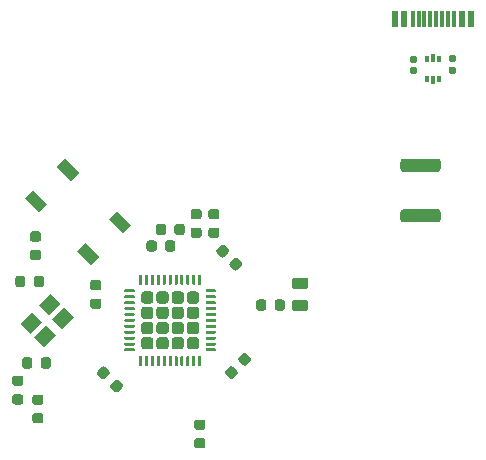
<source format=gbr>
%TF.GenerationSoftware,KiCad,Pcbnew,(5.1.6)-1*%
%TF.CreationDate,2022-02-24T21:40:28-06:00*%
%TF.ProjectId,Pikatea R26 PCB,50696b61-7465-4612-9052-323620504342,rev?*%
%TF.SameCoordinates,Original*%
%TF.FileFunction,Paste,Top*%
%TF.FilePolarity,Positive*%
%FSLAX46Y46*%
G04 Gerber Fmt 4.6, Leading zero omitted, Abs format (unit mm)*
G04 Created by KiCad (PCBNEW (5.1.6)-1) date 2022-02-24 21:40:28*
%MOMM*%
%LPD*%
G01*
G04 APERTURE LIST*
%ADD10R,0.300000X1.450000*%
%ADD11R,0.600000X1.450000*%
%ADD12R,0.375000X0.500000*%
%ADD13R,0.300000X0.650000*%
%ADD14C,0.100000*%
G04 APERTURE END LIST*
D10*
%TO.C,USB1*%
X175230000Y-87195000D03*
X174730000Y-87195000D03*
X174230000Y-87195000D03*
X175730000Y-87195000D03*
X173730000Y-87195000D03*
X176230000Y-87195000D03*
X173230000Y-87195000D03*
X176730000Y-87195000D03*
D11*
X177430000Y-87195000D03*
X172530000Y-87195000D03*
X178205000Y-87195000D03*
X171755000Y-87195000D03*
%TD*%
D12*
%TO.C,U2*%
X175500000Y-92250000D03*
X174425000Y-92250000D03*
D13*
X174962500Y-90475000D03*
X174962500Y-92325000D03*
D12*
X174425000Y-90550000D03*
X175500000Y-90550000D03*
%TD*%
%TO.C,R2*%
G36*
G01*
X173472500Y-90895000D02*
X173127500Y-90895000D01*
G75*
G02*
X172980000Y-90747500I0J147500D01*
G01*
X172980000Y-90452500D01*
G75*
G02*
X173127500Y-90305000I147500J0D01*
G01*
X173472500Y-90305000D01*
G75*
G02*
X173620000Y-90452500I0J-147500D01*
G01*
X173620000Y-90747500D01*
G75*
G02*
X173472500Y-90895000I-147500J0D01*
G01*
G37*
G36*
G01*
X173472500Y-91865000D02*
X173127500Y-91865000D01*
G75*
G02*
X172980000Y-91717500I0J147500D01*
G01*
X172980000Y-91422500D01*
G75*
G02*
X173127500Y-91275000I147500J0D01*
G01*
X173472500Y-91275000D01*
G75*
G02*
X173620000Y-91422500I0J-147500D01*
G01*
X173620000Y-91717500D01*
G75*
G02*
X173472500Y-91865000I-147500J0D01*
G01*
G37*
%TD*%
%TO.C,R1*%
G36*
G01*
X176772500Y-90825000D02*
X176427500Y-90825000D01*
G75*
G02*
X176280000Y-90677500I0J147500D01*
G01*
X176280000Y-90382500D01*
G75*
G02*
X176427500Y-90235000I147500J0D01*
G01*
X176772500Y-90235000D01*
G75*
G02*
X176920000Y-90382500I0J-147500D01*
G01*
X176920000Y-90677500D01*
G75*
G02*
X176772500Y-90825000I-147500J0D01*
G01*
G37*
G36*
G01*
X176772500Y-91795000D02*
X176427500Y-91795000D01*
G75*
G02*
X176280000Y-91647500I0J147500D01*
G01*
X176280000Y-91352500D01*
G75*
G02*
X176427500Y-91205000I147500J0D01*
G01*
X176772500Y-91205000D01*
G75*
G02*
X176920000Y-91352500I0J-147500D01*
G01*
X176920000Y-91647500D01*
G75*
G02*
X176772500Y-91795000I-147500J0D01*
G01*
G37*
%TD*%
D14*
%TO.C,SW1*%
G36*
X144829289Y-106823402D02*
G01*
X145536396Y-106116295D01*
X146738477Y-107318376D01*
X146031370Y-108025483D01*
X144829289Y-106823402D01*
G37*
G36*
X140374517Y-102368630D02*
G01*
X141081624Y-101661523D01*
X142283705Y-102863604D01*
X141576598Y-103570711D01*
X140374517Y-102368630D01*
G37*
G36*
X147516295Y-104136396D02*
G01*
X148223402Y-103429289D01*
X149425483Y-104631370D01*
X148718376Y-105338477D01*
X147516295Y-104136396D01*
G37*
G36*
X143061523Y-99681624D02*
G01*
X143768630Y-98974517D01*
X144970711Y-100176598D01*
X144263604Y-100883705D01*
X143061523Y-99681624D01*
G37*
%TD*%
%TO.C,R5*%
G36*
G01*
X141556250Y-106037500D02*
X141043750Y-106037500D01*
G75*
G02*
X140825000Y-105818750I0J218750D01*
G01*
X140825000Y-105381250D01*
G75*
G02*
X141043750Y-105162500I218750J0D01*
G01*
X141556250Y-105162500D01*
G75*
G02*
X141775000Y-105381250I0J-218750D01*
G01*
X141775000Y-105818750D01*
G75*
G02*
X141556250Y-106037500I-218750J0D01*
G01*
G37*
G36*
G01*
X141556250Y-107612500D02*
X141043750Y-107612500D01*
G75*
G02*
X140825000Y-107393750I0J218750D01*
G01*
X140825000Y-106956250D01*
G75*
G02*
X141043750Y-106737500I218750J0D01*
G01*
X141556250Y-106737500D01*
G75*
G02*
X141775000Y-106956250I0J-218750D01*
G01*
X141775000Y-107393750D01*
G75*
G02*
X141556250Y-107612500I-218750J0D01*
G01*
G37*
%TD*%
%TO.C,Y1*%
G36*
X140885786Y-113831371D02*
G01*
X140037258Y-112982843D01*
X141027208Y-111992893D01*
X141875736Y-112841421D01*
X140885786Y-113831371D01*
G37*
G36*
X142441421Y-112275736D02*
G01*
X141592893Y-111427208D01*
X142582843Y-110437258D01*
X143431371Y-111285786D01*
X142441421Y-112275736D01*
G37*
G36*
X143572792Y-113407107D02*
G01*
X142724264Y-112558579D01*
X143714214Y-111568629D01*
X144562742Y-112417157D01*
X143572792Y-113407107D01*
G37*
G36*
X142017157Y-114962742D02*
G01*
X141168629Y-114114214D01*
X142158579Y-113124264D01*
X143007107Y-113972792D01*
X142017157Y-114962742D01*
G37*
%TD*%
%TO.C,U1*%
G36*
G01*
X155137500Y-108825000D02*
X155262500Y-108825000D01*
G75*
G02*
X155325000Y-108887500I0J-62500D01*
G01*
X155325000Y-109637500D01*
G75*
G02*
X155262500Y-109700000I-62500J0D01*
G01*
X155137500Y-109700000D01*
G75*
G02*
X155075000Y-109637500I0J62500D01*
G01*
X155075000Y-108887500D01*
G75*
G02*
X155137500Y-108825000I62500J0D01*
G01*
G37*
G36*
G01*
X154637500Y-108825000D02*
X154762500Y-108825000D01*
G75*
G02*
X154825000Y-108887500I0J-62500D01*
G01*
X154825000Y-109637500D01*
G75*
G02*
X154762500Y-109700000I-62500J0D01*
G01*
X154637500Y-109700000D01*
G75*
G02*
X154575000Y-109637500I0J62500D01*
G01*
X154575000Y-108887500D01*
G75*
G02*
X154637500Y-108825000I62500J0D01*
G01*
G37*
G36*
G01*
X154137500Y-108825000D02*
X154262500Y-108825000D01*
G75*
G02*
X154325000Y-108887500I0J-62500D01*
G01*
X154325000Y-109637500D01*
G75*
G02*
X154262500Y-109700000I-62500J0D01*
G01*
X154137500Y-109700000D01*
G75*
G02*
X154075000Y-109637500I0J62500D01*
G01*
X154075000Y-108887500D01*
G75*
G02*
X154137500Y-108825000I62500J0D01*
G01*
G37*
G36*
G01*
X153637500Y-108825000D02*
X153762500Y-108825000D01*
G75*
G02*
X153825000Y-108887500I0J-62500D01*
G01*
X153825000Y-109637500D01*
G75*
G02*
X153762500Y-109700000I-62500J0D01*
G01*
X153637500Y-109700000D01*
G75*
G02*
X153575000Y-109637500I0J62500D01*
G01*
X153575000Y-108887500D01*
G75*
G02*
X153637500Y-108825000I62500J0D01*
G01*
G37*
G36*
G01*
X153137500Y-108825000D02*
X153262500Y-108825000D01*
G75*
G02*
X153325000Y-108887500I0J-62500D01*
G01*
X153325000Y-109637500D01*
G75*
G02*
X153262500Y-109700000I-62500J0D01*
G01*
X153137500Y-109700000D01*
G75*
G02*
X153075000Y-109637500I0J62500D01*
G01*
X153075000Y-108887500D01*
G75*
G02*
X153137500Y-108825000I62500J0D01*
G01*
G37*
G36*
G01*
X152637500Y-108825000D02*
X152762500Y-108825000D01*
G75*
G02*
X152825000Y-108887500I0J-62500D01*
G01*
X152825000Y-109637500D01*
G75*
G02*
X152762500Y-109700000I-62500J0D01*
G01*
X152637500Y-109700000D01*
G75*
G02*
X152575000Y-109637500I0J62500D01*
G01*
X152575000Y-108887500D01*
G75*
G02*
X152637500Y-108825000I62500J0D01*
G01*
G37*
G36*
G01*
X152137500Y-108825000D02*
X152262500Y-108825000D01*
G75*
G02*
X152325000Y-108887500I0J-62500D01*
G01*
X152325000Y-109637500D01*
G75*
G02*
X152262500Y-109700000I-62500J0D01*
G01*
X152137500Y-109700000D01*
G75*
G02*
X152075000Y-109637500I0J62500D01*
G01*
X152075000Y-108887500D01*
G75*
G02*
X152137500Y-108825000I62500J0D01*
G01*
G37*
G36*
G01*
X151637500Y-108825000D02*
X151762500Y-108825000D01*
G75*
G02*
X151825000Y-108887500I0J-62500D01*
G01*
X151825000Y-109637500D01*
G75*
G02*
X151762500Y-109700000I-62500J0D01*
G01*
X151637500Y-109700000D01*
G75*
G02*
X151575000Y-109637500I0J62500D01*
G01*
X151575000Y-108887500D01*
G75*
G02*
X151637500Y-108825000I62500J0D01*
G01*
G37*
G36*
G01*
X151137500Y-108825000D02*
X151262500Y-108825000D01*
G75*
G02*
X151325000Y-108887500I0J-62500D01*
G01*
X151325000Y-109637500D01*
G75*
G02*
X151262500Y-109700000I-62500J0D01*
G01*
X151137500Y-109700000D01*
G75*
G02*
X151075000Y-109637500I0J62500D01*
G01*
X151075000Y-108887500D01*
G75*
G02*
X151137500Y-108825000I62500J0D01*
G01*
G37*
G36*
G01*
X150637500Y-108825000D02*
X150762500Y-108825000D01*
G75*
G02*
X150825000Y-108887500I0J-62500D01*
G01*
X150825000Y-109637500D01*
G75*
G02*
X150762500Y-109700000I-62500J0D01*
G01*
X150637500Y-109700000D01*
G75*
G02*
X150575000Y-109637500I0J62500D01*
G01*
X150575000Y-108887500D01*
G75*
G02*
X150637500Y-108825000I62500J0D01*
G01*
G37*
G36*
G01*
X150137500Y-108825000D02*
X150262500Y-108825000D01*
G75*
G02*
X150325000Y-108887500I0J-62500D01*
G01*
X150325000Y-109637500D01*
G75*
G02*
X150262500Y-109700000I-62500J0D01*
G01*
X150137500Y-109700000D01*
G75*
G02*
X150075000Y-109637500I0J62500D01*
G01*
X150075000Y-108887500D01*
G75*
G02*
X150137500Y-108825000I62500J0D01*
G01*
G37*
G36*
G01*
X148887500Y-110075000D02*
X149637500Y-110075000D01*
G75*
G02*
X149700000Y-110137500I0J-62500D01*
G01*
X149700000Y-110262500D01*
G75*
G02*
X149637500Y-110325000I-62500J0D01*
G01*
X148887500Y-110325000D01*
G75*
G02*
X148825000Y-110262500I0J62500D01*
G01*
X148825000Y-110137500D01*
G75*
G02*
X148887500Y-110075000I62500J0D01*
G01*
G37*
G36*
G01*
X148887500Y-110575000D02*
X149637500Y-110575000D01*
G75*
G02*
X149700000Y-110637500I0J-62500D01*
G01*
X149700000Y-110762500D01*
G75*
G02*
X149637500Y-110825000I-62500J0D01*
G01*
X148887500Y-110825000D01*
G75*
G02*
X148825000Y-110762500I0J62500D01*
G01*
X148825000Y-110637500D01*
G75*
G02*
X148887500Y-110575000I62500J0D01*
G01*
G37*
G36*
G01*
X148887500Y-111075000D02*
X149637500Y-111075000D01*
G75*
G02*
X149700000Y-111137500I0J-62500D01*
G01*
X149700000Y-111262500D01*
G75*
G02*
X149637500Y-111325000I-62500J0D01*
G01*
X148887500Y-111325000D01*
G75*
G02*
X148825000Y-111262500I0J62500D01*
G01*
X148825000Y-111137500D01*
G75*
G02*
X148887500Y-111075000I62500J0D01*
G01*
G37*
G36*
G01*
X148887500Y-111575000D02*
X149637500Y-111575000D01*
G75*
G02*
X149700000Y-111637500I0J-62500D01*
G01*
X149700000Y-111762500D01*
G75*
G02*
X149637500Y-111825000I-62500J0D01*
G01*
X148887500Y-111825000D01*
G75*
G02*
X148825000Y-111762500I0J62500D01*
G01*
X148825000Y-111637500D01*
G75*
G02*
X148887500Y-111575000I62500J0D01*
G01*
G37*
G36*
G01*
X148887500Y-112075000D02*
X149637500Y-112075000D01*
G75*
G02*
X149700000Y-112137500I0J-62500D01*
G01*
X149700000Y-112262500D01*
G75*
G02*
X149637500Y-112325000I-62500J0D01*
G01*
X148887500Y-112325000D01*
G75*
G02*
X148825000Y-112262500I0J62500D01*
G01*
X148825000Y-112137500D01*
G75*
G02*
X148887500Y-112075000I62500J0D01*
G01*
G37*
G36*
G01*
X148887500Y-112575000D02*
X149637500Y-112575000D01*
G75*
G02*
X149700000Y-112637500I0J-62500D01*
G01*
X149700000Y-112762500D01*
G75*
G02*
X149637500Y-112825000I-62500J0D01*
G01*
X148887500Y-112825000D01*
G75*
G02*
X148825000Y-112762500I0J62500D01*
G01*
X148825000Y-112637500D01*
G75*
G02*
X148887500Y-112575000I62500J0D01*
G01*
G37*
G36*
G01*
X148887500Y-113075000D02*
X149637500Y-113075000D01*
G75*
G02*
X149700000Y-113137500I0J-62500D01*
G01*
X149700000Y-113262500D01*
G75*
G02*
X149637500Y-113325000I-62500J0D01*
G01*
X148887500Y-113325000D01*
G75*
G02*
X148825000Y-113262500I0J62500D01*
G01*
X148825000Y-113137500D01*
G75*
G02*
X148887500Y-113075000I62500J0D01*
G01*
G37*
G36*
G01*
X148887500Y-113575000D02*
X149637500Y-113575000D01*
G75*
G02*
X149700000Y-113637500I0J-62500D01*
G01*
X149700000Y-113762500D01*
G75*
G02*
X149637500Y-113825000I-62500J0D01*
G01*
X148887500Y-113825000D01*
G75*
G02*
X148825000Y-113762500I0J62500D01*
G01*
X148825000Y-113637500D01*
G75*
G02*
X148887500Y-113575000I62500J0D01*
G01*
G37*
G36*
G01*
X148887500Y-114075000D02*
X149637500Y-114075000D01*
G75*
G02*
X149700000Y-114137500I0J-62500D01*
G01*
X149700000Y-114262500D01*
G75*
G02*
X149637500Y-114325000I-62500J0D01*
G01*
X148887500Y-114325000D01*
G75*
G02*
X148825000Y-114262500I0J62500D01*
G01*
X148825000Y-114137500D01*
G75*
G02*
X148887500Y-114075000I62500J0D01*
G01*
G37*
G36*
G01*
X148887500Y-114575000D02*
X149637500Y-114575000D01*
G75*
G02*
X149700000Y-114637500I0J-62500D01*
G01*
X149700000Y-114762500D01*
G75*
G02*
X149637500Y-114825000I-62500J0D01*
G01*
X148887500Y-114825000D01*
G75*
G02*
X148825000Y-114762500I0J62500D01*
G01*
X148825000Y-114637500D01*
G75*
G02*
X148887500Y-114575000I62500J0D01*
G01*
G37*
G36*
G01*
X148887500Y-115075000D02*
X149637500Y-115075000D01*
G75*
G02*
X149700000Y-115137500I0J-62500D01*
G01*
X149700000Y-115262500D01*
G75*
G02*
X149637500Y-115325000I-62500J0D01*
G01*
X148887500Y-115325000D01*
G75*
G02*
X148825000Y-115262500I0J62500D01*
G01*
X148825000Y-115137500D01*
G75*
G02*
X148887500Y-115075000I62500J0D01*
G01*
G37*
G36*
G01*
X150137500Y-115700000D02*
X150262500Y-115700000D01*
G75*
G02*
X150325000Y-115762500I0J-62500D01*
G01*
X150325000Y-116512500D01*
G75*
G02*
X150262500Y-116575000I-62500J0D01*
G01*
X150137500Y-116575000D01*
G75*
G02*
X150075000Y-116512500I0J62500D01*
G01*
X150075000Y-115762500D01*
G75*
G02*
X150137500Y-115700000I62500J0D01*
G01*
G37*
G36*
G01*
X150637500Y-115700000D02*
X150762500Y-115700000D01*
G75*
G02*
X150825000Y-115762500I0J-62500D01*
G01*
X150825000Y-116512500D01*
G75*
G02*
X150762500Y-116575000I-62500J0D01*
G01*
X150637500Y-116575000D01*
G75*
G02*
X150575000Y-116512500I0J62500D01*
G01*
X150575000Y-115762500D01*
G75*
G02*
X150637500Y-115700000I62500J0D01*
G01*
G37*
G36*
G01*
X151137500Y-115700000D02*
X151262500Y-115700000D01*
G75*
G02*
X151325000Y-115762500I0J-62500D01*
G01*
X151325000Y-116512500D01*
G75*
G02*
X151262500Y-116575000I-62500J0D01*
G01*
X151137500Y-116575000D01*
G75*
G02*
X151075000Y-116512500I0J62500D01*
G01*
X151075000Y-115762500D01*
G75*
G02*
X151137500Y-115700000I62500J0D01*
G01*
G37*
G36*
G01*
X151637500Y-115700000D02*
X151762500Y-115700000D01*
G75*
G02*
X151825000Y-115762500I0J-62500D01*
G01*
X151825000Y-116512500D01*
G75*
G02*
X151762500Y-116575000I-62500J0D01*
G01*
X151637500Y-116575000D01*
G75*
G02*
X151575000Y-116512500I0J62500D01*
G01*
X151575000Y-115762500D01*
G75*
G02*
X151637500Y-115700000I62500J0D01*
G01*
G37*
G36*
G01*
X152137500Y-115700000D02*
X152262500Y-115700000D01*
G75*
G02*
X152325000Y-115762500I0J-62500D01*
G01*
X152325000Y-116512500D01*
G75*
G02*
X152262500Y-116575000I-62500J0D01*
G01*
X152137500Y-116575000D01*
G75*
G02*
X152075000Y-116512500I0J62500D01*
G01*
X152075000Y-115762500D01*
G75*
G02*
X152137500Y-115700000I62500J0D01*
G01*
G37*
G36*
G01*
X152637500Y-115700000D02*
X152762500Y-115700000D01*
G75*
G02*
X152825000Y-115762500I0J-62500D01*
G01*
X152825000Y-116512500D01*
G75*
G02*
X152762500Y-116575000I-62500J0D01*
G01*
X152637500Y-116575000D01*
G75*
G02*
X152575000Y-116512500I0J62500D01*
G01*
X152575000Y-115762500D01*
G75*
G02*
X152637500Y-115700000I62500J0D01*
G01*
G37*
G36*
G01*
X153137500Y-115700000D02*
X153262500Y-115700000D01*
G75*
G02*
X153325000Y-115762500I0J-62500D01*
G01*
X153325000Y-116512500D01*
G75*
G02*
X153262500Y-116575000I-62500J0D01*
G01*
X153137500Y-116575000D01*
G75*
G02*
X153075000Y-116512500I0J62500D01*
G01*
X153075000Y-115762500D01*
G75*
G02*
X153137500Y-115700000I62500J0D01*
G01*
G37*
G36*
G01*
X153637500Y-115700000D02*
X153762500Y-115700000D01*
G75*
G02*
X153825000Y-115762500I0J-62500D01*
G01*
X153825000Y-116512500D01*
G75*
G02*
X153762500Y-116575000I-62500J0D01*
G01*
X153637500Y-116575000D01*
G75*
G02*
X153575000Y-116512500I0J62500D01*
G01*
X153575000Y-115762500D01*
G75*
G02*
X153637500Y-115700000I62500J0D01*
G01*
G37*
G36*
G01*
X154137500Y-115700000D02*
X154262500Y-115700000D01*
G75*
G02*
X154325000Y-115762500I0J-62500D01*
G01*
X154325000Y-116512500D01*
G75*
G02*
X154262500Y-116575000I-62500J0D01*
G01*
X154137500Y-116575000D01*
G75*
G02*
X154075000Y-116512500I0J62500D01*
G01*
X154075000Y-115762500D01*
G75*
G02*
X154137500Y-115700000I62500J0D01*
G01*
G37*
G36*
G01*
X154637500Y-115700000D02*
X154762500Y-115700000D01*
G75*
G02*
X154825000Y-115762500I0J-62500D01*
G01*
X154825000Y-116512500D01*
G75*
G02*
X154762500Y-116575000I-62500J0D01*
G01*
X154637500Y-116575000D01*
G75*
G02*
X154575000Y-116512500I0J62500D01*
G01*
X154575000Y-115762500D01*
G75*
G02*
X154637500Y-115700000I62500J0D01*
G01*
G37*
G36*
G01*
X155137500Y-115700000D02*
X155262500Y-115700000D01*
G75*
G02*
X155325000Y-115762500I0J-62500D01*
G01*
X155325000Y-116512500D01*
G75*
G02*
X155262500Y-116575000I-62500J0D01*
G01*
X155137500Y-116575000D01*
G75*
G02*
X155075000Y-116512500I0J62500D01*
G01*
X155075000Y-115762500D01*
G75*
G02*
X155137500Y-115700000I62500J0D01*
G01*
G37*
G36*
G01*
X155762500Y-115075000D02*
X156512500Y-115075000D01*
G75*
G02*
X156575000Y-115137500I0J-62500D01*
G01*
X156575000Y-115262500D01*
G75*
G02*
X156512500Y-115325000I-62500J0D01*
G01*
X155762500Y-115325000D01*
G75*
G02*
X155700000Y-115262500I0J62500D01*
G01*
X155700000Y-115137500D01*
G75*
G02*
X155762500Y-115075000I62500J0D01*
G01*
G37*
G36*
G01*
X155762500Y-114575000D02*
X156512500Y-114575000D01*
G75*
G02*
X156575000Y-114637500I0J-62500D01*
G01*
X156575000Y-114762500D01*
G75*
G02*
X156512500Y-114825000I-62500J0D01*
G01*
X155762500Y-114825000D01*
G75*
G02*
X155700000Y-114762500I0J62500D01*
G01*
X155700000Y-114637500D01*
G75*
G02*
X155762500Y-114575000I62500J0D01*
G01*
G37*
G36*
G01*
X155762500Y-114075000D02*
X156512500Y-114075000D01*
G75*
G02*
X156575000Y-114137500I0J-62500D01*
G01*
X156575000Y-114262500D01*
G75*
G02*
X156512500Y-114325000I-62500J0D01*
G01*
X155762500Y-114325000D01*
G75*
G02*
X155700000Y-114262500I0J62500D01*
G01*
X155700000Y-114137500D01*
G75*
G02*
X155762500Y-114075000I62500J0D01*
G01*
G37*
G36*
G01*
X155762500Y-113575000D02*
X156512500Y-113575000D01*
G75*
G02*
X156575000Y-113637500I0J-62500D01*
G01*
X156575000Y-113762500D01*
G75*
G02*
X156512500Y-113825000I-62500J0D01*
G01*
X155762500Y-113825000D01*
G75*
G02*
X155700000Y-113762500I0J62500D01*
G01*
X155700000Y-113637500D01*
G75*
G02*
X155762500Y-113575000I62500J0D01*
G01*
G37*
G36*
G01*
X155762500Y-113075000D02*
X156512500Y-113075000D01*
G75*
G02*
X156575000Y-113137500I0J-62500D01*
G01*
X156575000Y-113262500D01*
G75*
G02*
X156512500Y-113325000I-62500J0D01*
G01*
X155762500Y-113325000D01*
G75*
G02*
X155700000Y-113262500I0J62500D01*
G01*
X155700000Y-113137500D01*
G75*
G02*
X155762500Y-113075000I62500J0D01*
G01*
G37*
G36*
G01*
X155762500Y-112575000D02*
X156512500Y-112575000D01*
G75*
G02*
X156575000Y-112637500I0J-62500D01*
G01*
X156575000Y-112762500D01*
G75*
G02*
X156512500Y-112825000I-62500J0D01*
G01*
X155762500Y-112825000D01*
G75*
G02*
X155700000Y-112762500I0J62500D01*
G01*
X155700000Y-112637500D01*
G75*
G02*
X155762500Y-112575000I62500J0D01*
G01*
G37*
G36*
G01*
X155762500Y-112075000D02*
X156512500Y-112075000D01*
G75*
G02*
X156575000Y-112137500I0J-62500D01*
G01*
X156575000Y-112262500D01*
G75*
G02*
X156512500Y-112325000I-62500J0D01*
G01*
X155762500Y-112325000D01*
G75*
G02*
X155700000Y-112262500I0J62500D01*
G01*
X155700000Y-112137500D01*
G75*
G02*
X155762500Y-112075000I62500J0D01*
G01*
G37*
G36*
G01*
X155762500Y-111575000D02*
X156512500Y-111575000D01*
G75*
G02*
X156575000Y-111637500I0J-62500D01*
G01*
X156575000Y-111762500D01*
G75*
G02*
X156512500Y-111825000I-62500J0D01*
G01*
X155762500Y-111825000D01*
G75*
G02*
X155700000Y-111762500I0J62500D01*
G01*
X155700000Y-111637500D01*
G75*
G02*
X155762500Y-111575000I62500J0D01*
G01*
G37*
G36*
G01*
X155762500Y-111075000D02*
X156512500Y-111075000D01*
G75*
G02*
X156575000Y-111137500I0J-62500D01*
G01*
X156575000Y-111262500D01*
G75*
G02*
X156512500Y-111325000I-62500J0D01*
G01*
X155762500Y-111325000D01*
G75*
G02*
X155700000Y-111262500I0J62500D01*
G01*
X155700000Y-111137500D01*
G75*
G02*
X155762500Y-111075000I62500J0D01*
G01*
G37*
G36*
G01*
X155762500Y-110575000D02*
X156512500Y-110575000D01*
G75*
G02*
X156575000Y-110637500I0J-62500D01*
G01*
X156575000Y-110762500D01*
G75*
G02*
X156512500Y-110825000I-62500J0D01*
G01*
X155762500Y-110825000D01*
G75*
G02*
X155700000Y-110762500I0J62500D01*
G01*
X155700000Y-110637500D01*
G75*
G02*
X155762500Y-110575000I62500J0D01*
G01*
G37*
G36*
G01*
X155762500Y-110075000D02*
X156512500Y-110075000D01*
G75*
G02*
X156575000Y-110137500I0J-62500D01*
G01*
X156575000Y-110262500D01*
G75*
G02*
X156512500Y-110325000I-62500J0D01*
G01*
X155762500Y-110325000D01*
G75*
G02*
X155700000Y-110262500I0J62500D01*
G01*
X155700000Y-110137500D01*
G75*
G02*
X155762500Y-110075000I62500J0D01*
G01*
G37*
G36*
G01*
X154365000Y-110245000D02*
X154905000Y-110245000D01*
G75*
G02*
X155155000Y-110495000I0J-250000D01*
G01*
X155155000Y-111035000D01*
G75*
G02*
X154905000Y-111285000I-250000J0D01*
G01*
X154365000Y-111285000D01*
G75*
G02*
X154115000Y-111035000I0J250000D01*
G01*
X154115000Y-110495000D01*
G75*
G02*
X154365000Y-110245000I250000J0D01*
G01*
G37*
G36*
G01*
X153075000Y-110245000D02*
X153615000Y-110245000D01*
G75*
G02*
X153865000Y-110495000I0J-250000D01*
G01*
X153865000Y-111035000D01*
G75*
G02*
X153615000Y-111285000I-250000J0D01*
G01*
X153075000Y-111285000D01*
G75*
G02*
X152825000Y-111035000I0J250000D01*
G01*
X152825000Y-110495000D01*
G75*
G02*
X153075000Y-110245000I250000J0D01*
G01*
G37*
G36*
G01*
X151785000Y-110245000D02*
X152325000Y-110245000D01*
G75*
G02*
X152575000Y-110495000I0J-250000D01*
G01*
X152575000Y-111035000D01*
G75*
G02*
X152325000Y-111285000I-250000J0D01*
G01*
X151785000Y-111285000D01*
G75*
G02*
X151535000Y-111035000I0J250000D01*
G01*
X151535000Y-110495000D01*
G75*
G02*
X151785000Y-110245000I250000J0D01*
G01*
G37*
G36*
G01*
X150495000Y-110245000D02*
X151035000Y-110245000D01*
G75*
G02*
X151285000Y-110495000I0J-250000D01*
G01*
X151285000Y-111035000D01*
G75*
G02*
X151035000Y-111285000I-250000J0D01*
G01*
X150495000Y-111285000D01*
G75*
G02*
X150245000Y-111035000I0J250000D01*
G01*
X150245000Y-110495000D01*
G75*
G02*
X150495000Y-110245000I250000J0D01*
G01*
G37*
G36*
G01*
X154365000Y-111535000D02*
X154905000Y-111535000D01*
G75*
G02*
X155155000Y-111785000I0J-250000D01*
G01*
X155155000Y-112325000D01*
G75*
G02*
X154905000Y-112575000I-250000J0D01*
G01*
X154365000Y-112575000D01*
G75*
G02*
X154115000Y-112325000I0J250000D01*
G01*
X154115000Y-111785000D01*
G75*
G02*
X154365000Y-111535000I250000J0D01*
G01*
G37*
G36*
G01*
X153075000Y-111535000D02*
X153615000Y-111535000D01*
G75*
G02*
X153865000Y-111785000I0J-250000D01*
G01*
X153865000Y-112325000D01*
G75*
G02*
X153615000Y-112575000I-250000J0D01*
G01*
X153075000Y-112575000D01*
G75*
G02*
X152825000Y-112325000I0J250000D01*
G01*
X152825000Y-111785000D01*
G75*
G02*
X153075000Y-111535000I250000J0D01*
G01*
G37*
G36*
G01*
X151785000Y-111535000D02*
X152325000Y-111535000D01*
G75*
G02*
X152575000Y-111785000I0J-250000D01*
G01*
X152575000Y-112325000D01*
G75*
G02*
X152325000Y-112575000I-250000J0D01*
G01*
X151785000Y-112575000D01*
G75*
G02*
X151535000Y-112325000I0J250000D01*
G01*
X151535000Y-111785000D01*
G75*
G02*
X151785000Y-111535000I250000J0D01*
G01*
G37*
G36*
G01*
X150495000Y-111535000D02*
X151035000Y-111535000D01*
G75*
G02*
X151285000Y-111785000I0J-250000D01*
G01*
X151285000Y-112325000D01*
G75*
G02*
X151035000Y-112575000I-250000J0D01*
G01*
X150495000Y-112575000D01*
G75*
G02*
X150245000Y-112325000I0J250000D01*
G01*
X150245000Y-111785000D01*
G75*
G02*
X150495000Y-111535000I250000J0D01*
G01*
G37*
G36*
G01*
X154365000Y-112825000D02*
X154905000Y-112825000D01*
G75*
G02*
X155155000Y-113075000I0J-250000D01*
G01*
X155155000Y-113615000D01*
G75*
G02*
X154905000Y-113865000I-250000J0D01*
G01*
X154365000Y-113865000D01*
G75*
G02*
X154115000Y-113615000I0J250000D01*
G01*
X154115000Y-113075000D01*
G75*
G02*
X154365000Y-112825000I250000J0D01*
G01*
G37*
G36*
G01*
X153075000Y-112825000D02*
X153615000Y-112825000D01*
G75*
G02*
X153865000Y-113075000I0J-250000D01*
G01*
X153865000Y-113615000D01*
G75*
G02*
X153615000Y-113865000I-250000J0D01*
G01*
X153075000Y-113865000D01*
G75*
G02*
X152825000Y-113615000I0J250000D01*
G01*
X152825000Y-113075000D01*
G75*
G02*
X153075000Y-112825000I250000J0D01*
G01*
G37*
G36*
G01*
X151785000Y-112825000D02*
X152325000Y-112825000D01*
G75*
G02*
X152575000Y-113075000I0J-250000D01*
G01*
X152575000Y-113615000D01*
G75*
G02*
X152325000Y-113865000I-250000J0D01*
G01*
X151785000Y-113865000D01*
G75*
G02*
X151535000Y-113615000I0J250000D01*
G01*
X151535000Y-113075000D01*
G75*
G02*
X151785000Y-112825000I250000J0D01*
G01*
G37*
G36*
G01*
X150495000Y-112825000D02*
X151035000Y-112825000D01*
G75*
G02*
X151285000Y-113075000I0J-250000D01*
G01*
X151285000Y-113615000D01*
G75*
G02*
X151035000Y-113865000I-250000J0D01*
G01*
X150495000Y-113865000D01*
G75*
G02*
X150245000Y-113615000I0J250000D01*
G01*
X150245000Y-113075000D01*
G75*
G02*
X150495000Y-112825000I250000J0D01*
G01*
G37*
G36*
G01*
X154365000Y-114115000D02*
X154905000Y-114115000D01*
G75*
G02*
X155155000Y-114365000I0J-250000D01*
G01*
X155155000Y-114905000D01*
G75*
G02*
X154905000Y-115155000I-250000J0D01*
G01*
X154365000Y-115155000D01*
G75*
G02*
X154115000Y-114905000I0J250000D01*
G01*
X154115000Y-114365000D01*
G75*
G02*
X154365000Y-114115000I250000J0D01*
G01*
G37*
G36*
G01*
X153075000Y-114115000D02*
X153615000Y-114115000D01*
G75*
G02*
X153865000Y-114365000I0J-250000D01*
G01*
X153865000Y-114905000D01*
G75*
G02*
X153615000Y-115155000I-250000J0D01*
G01*
X153075000Y-115155000D01*
G75*
G02*
X152825000Y-114905000I0J250000D01*
G01*
X152825000Y-114365000D01*
G75*
G02*
X153075000Y-114115000I250000J0D01*
G01*
G37*
G36*
G01*
X151785000Y-114115000D02*
X152325000Y-114115000D01*
G75*
G02*
X152575000Y-114365000I0J-250000D01*
G01*
X152575000Y-114905000D01*
G75*
G02*
X152325000Y-115155000I-250000J0D01*
G01*
X151785000Y-115155000D01*
G75*
G02*
X151535000Y-114905000I0J250000D01*
G01*
X151535000Y-114365000D01*
G75*
G02*
X151785000Y-114115000I250000J0D01*
G01*
G37*
G36*
G01*
X150495000Y-114115000D02*
X151035000Y-114115000D01*
G75*
G02*
X151285000Y-114365000I0J-250000D01*
G01*
X151285000Y-114905000D01*
G75*
G02*
X151035000Y-115155000I-250000J0D01*
G01*
X150495000Y-115155000D01*
G75*
G02*
X150245000Y-114905000I0J250000D01*
G01*
X150245000Y-114365000D01*
G75*
G02*
X150495000Y-114115000I250000J0D01*
G01*
G37*
%TD*%
%TO.C,R_HWB1*%
G36*
G01*
X155456250Y-121962500D02*
X154943750Y-121962500D01*
G75*
G02*
X154725000Y-121743750I0J218750D01*
G01*
X154725000Y-121306250D01*
G75*
G02*
X154943750Y-121087500I218750J0D01*
G01*
X155456250Y-121087500D01*
G75*
G02*
X155675000Y-121306250I0J-218750D01*
G01*
X155675000Y-121743750D01*
G75*
G02*
X155456250Y-121962500I-218750J0D01*
G01*
G37*
G36*
G01*
X155456250Y-123537500D02*
X154943750Y-123537500D01*
G75*
G02*
X154725000Y-123318750I0J218750D01*
G01*
X154725000Y-122881250D01*
G75*
G02*
X154943750Y-122662500I218750J0D01*
G01*
X155456250Y-122662500D01*
G75*
G02*
X155675000Y-122881250I0J-218750D01*
G01*
X155675000Y-123318750D01*
G75*
G02*
X155456250Y-123537500I-218750J0D01*
G01*
G37*
%TD*%
%TO.C,R4*%
G36*
G01*
X156656250Y-104137500D02*
X156143750Y-104137500D01*
G75*
G02*
X155925000Y-103918750I0J218750D01*
G01*
X155925000Y-103481250D01*
G75*
G02*
X156143750Y-103262500I218750J0D01*
G01*
X156656250Y-103262500D01*
G75*
G02*
X156875000Y-103481250I0J-218750D01*
G01*
X156875000Y-103918750D01*
G75*
G02*
X156656250Y-104137500I-218750J0D01*
G01*
G37*
G36*
G01*
X156656250Y-105712500D02*
X156143750Y-105712500D01*
G75*
G02*
X155925000Y-105493750I0J218750D01*
G01*
X155925000Y-105056250D01*
G75*
G02*
X156143750Y-104837500I218750J0D01*
G01*
X156656250Y-104837500D01*
G75*
G02*
X156875000Y-105056250I0J-218750D01*
G01*
X156875000Y-105493750D01*
G75*
G02*
X156656250Y-105712500I-218750J0D01*
G01*
G37*
%TD*%
%TO.C,R3*%
G36*
G01*
X155156250Y-104137500D02*
X154643750Y-104137500D01*
G75*
G02*
X154425000Y-103918750I0J218750D01*
G01*
X154425000Y-103481250D01*
G75*
G02*
X154643750Y-103262500I218750J0D01*
G01*
X155156250Y-103262500D01*
G75*
G02*
X155375000Y-103481250I0J-218750D01*
G01*
X155375000Y-103918750D01*
G75*
G02*
X155156250Y-104137500I-218750J0D01*
G01*
G37*
G36*
G01*
X155156250Y-105712500D02*
X154643750Y-105712500D01*
G75*
G02*
X154425000Y-105493750I0J218750D01*
G01*
X154425000Y-105056250D01*
G75*
G02*
X154643750Y-104837500I218750J0D01*
G01*
X155156250Y-104837500D01*
G75*
G02*
X155375000Y-105056250I0J-218750D01*
G01*
X155375000Y-105493750D01*
G75*
G02*
X155156250Y-105712500I-218750J0D01*
G01*
G37*
%TD*%
%TO.C,F1*%
G36*
G01*
X175350001Y-100125000D02*
X172449999Y-100125000D01*
G75*
G02*
X172200000Y-99875001I0J249999D01*
G01*
X172200000Y-99249999D01*
G75*
G02*
X172449999Y-99000000I249999J0D01*
G01*
X175350001Y-99000000D01*
G75*
G02*
X175600000Y-99249999I0J-249999D01*
G01*
X175600000Y-99875001D01*
G75*
G02*
X175350001Y-100125000I-249999J0D01*
G01*
G37*
G36*
G01*
X175350001Y-104400000D02*
X172449999Y-104400000D01*
G75*
G02*
X172200000Y-104150001I0J249999D01*
G01*
X172200000Y-103524999D01*
G75*
G02*
X172449999Y-103275000I249999J0D01*
G01*
X175350001Y-103275000D01*
G75*
G02*
X175600000Y-103524999I0J-249999D01*
G01*
X175600000Y-104150001D01*
G75*
G02*
X175350001Y-104400000I-249999J0D01*
G01*
G37*
%TD*%
%TO.C,C12*%
G36*
G01*
X140056250Y-118250000D02*
X139543750Y-118250000D01*
G75*
G02*
X139325000Y-118031250I0J218750D01*
G01*
X139325000Y-117593750D01*
G75*
G02*
X139543750Y-117375000I218750J0D01*
G01*
X140056250Y-117375000D01*
G75*
G02*
X140275000Y-117593750I0J-218750D01*
G01*
X140275000Y-118031250D01*
G75*
G02*
X140056250Y-118250000I-218750J0D01*
G01*
G37*
G36*
G01*
X140056250Y-119825000D02*
X139543750Y-119825000D01*
G75*
G02*
X139325000Y-119606250I0J218750D01*
G01*
X139325000Y-119168750D01*
G75*
G02*
X139543750Y-118950000I218750J0D01*
G01*
X140056250Y-118950000D01*
G75*
G02*
X140275000Y-119168750I0J-218750D01*
G01*
X140275000Y-119606250D01*
G75*
G02*
X140056250Y-119825000I-218750J0D01*
G01*
G37*
%TD*%
%TO.C,C11*%
G36*
G01*
X141243750Y-120550000D02*
X141756250Y-120550000D01*
G75*
G02*
X141975000Y-120768750I0J-218750D01*
G01*
X141975000Y-121206250D01*
G75*
G02*
X141756250Y-121425000I-218750J0D01*
G01*
X141243750Y-121425000D01*
G75*
G02*
X141025000Y-121206250I0J218750D01*
G01*
X141025000Y-120768750D01*
G75*
G02*
X141243750Y-120550000I218750J0D01*
G01*
G37*
G36*
G01*
X141243750Y-118975000D02*
X141756250Y-118975000D01*
G75*
G02*
X141975000Y-119193750I0J-218750D01*
G01*
X141975000Y-119631250D01*
G75*
G02*
X141756250Y-119850000I-218750J0D01*
G01*
X141243750Y-119850000D01*
G75*
G02*
X141025000Y-119631250I0J218750D01*
G01*
X141025000Y-119193750D01*
G75*
G02*
X141243750Y-118975000I218750J0D01*
G01*
G37*
%TD*%
%TO.C,C10*%
G36*
G01*
X163243750Y-110950000D02*
X164156250Y-110950000D01*
G75*
G02*
X164400000Y-111193750I0J-243750D01*
G01*
X164400000Y-111681250D01*
G75*
G02*
X164156250Y-111925000I-243750J0D01*
G01*
X163243750Y-111925000D01*
G75*
G02*
X163000000Y-111681250I0J243750D01*
G01*
X163000000Y-111193750D01*
G75*
G02*
X163243750Y-110950000I243750J0D01*
G01*
G37*
G36*
G01*
X163243750Y-109075000D02*
X164156250Y-109075000D01*
G75*
G02*
X164400000Y-109318750I0J-243750D01*
G01*
X164400000Y-109806250D01*
G75*
G02*
X164156250Y-110050000I-243750J0D01*
G01*
X163243750Y-110050000D01*
G75*
G02*
X163000000Y-109806250I0J243750D01*
G01*
X163000000Y-109318750D01*
G75*
G02*
X163243750Y-109075000I243750J0D01*
G01*
G37*
%TD*%
%TO.C,C9*%
G36*
G01*
X157766292Y-107816184D02*
X158128684Y-107453791D01*
G75*
G02*
X158438044Y-107453791I154680J-154680D01*
G01*
X158747403Y-107763150D01*
G75*
G02*
X158747403Y-108072510I-154680J-154680D01*
G01*
X158385010Y-108434903D01*
G75*
G02*
X158075650Y-108434903I-154680J154680D01*
G01*
X157766291Y-108125544D01*
G75*
G02*
X157766291Y-107816184I154680J154680D01*
G01*
G37*
G36*
G01*
X156652598Y-106702490D02*
X157014990Y-106340097D01*
G75*
G02*
X157324350Y-106340097I154680J-154680D01*
G01*
X157633709Y-106649456D01*
G75*
G02*
X157633709Y-106958816I-154680J-154680D01*
G01*
X157271316Y-107321209D01*
G75*
G02*
X156961956Y-107321209I-154680J154680D01*
G01*
X156652597Y-107011850D01*
G75*
G02*
X156652597Y-106702490I154680J154680D01*
G01*
G37*
%TD*%
%TO.C,C8*%
G36*
G01*
X147533708Y-117271316D02*
X147171316Y-117633709D01*
G75*
G02*
X146861956Y-117633709I-154680J154680D01*
G01*
X146552597Y-117324350D01*
G75*
G02*
X146552597Y-117014990I154680J154680D01*
G01*
X146914990Y-116652597D01*
G75*
G02*
X147224350Y-116652597I154680J-154680D01*
G01*
X147533709Y-116961956D01*
G75*
G02*
X147533709Y-117271316I-154680J-154680D01*
G01*
G37*
G36*
G01*
X148647402Y-118385010D02*
X148285010Y-118747403D01*
G75*
G02*
X147975650Y-118747403I-154680J154680D01*
G01*
X147666291Y-118438044D01*
G75*
G02*
X147666291Y-118128684I154680J154680D01*
G01*
X148028684Y-117766291D01*
G75*
G02*
X148338044Y-117766291I154680J-154680D01*
G01*
X148647403Y-118075650D01*
G75*
G02*
X148647403Y-118385010I-154680J-154680D01*
G01*
G37*
%TD*%
%TO.C,C7*%
G36*
G01*
X146143750Y-110850000D02*
X146656250Y-110850000D01*
G75*
G02*
X146875000Y-111068750I0J-218750D01*
G01*
X146875000Y-111506250D01*
G75*
G02*
X146656250Y-111725000I-218750J0D01*
G01*
X146143750Y-111725000D01*
G75*
G02*
X145925000Y-111506250I0J218750D01*
G01*
X145925000Y-111068750D01*
G75*
G02*
X146143750Y-110850000I218750J0D01*
G01*
G37*
G36*
G01*
X146143750Y-109275000D02*
X146656250Y-109275000D01*
G75*
G02*
X146875000Y-109493750I0J-218750D01*
G01*
X146875000Y-109931250D01*
G75*
G02*
X146656250Y-110150000I-218750J0D01*
G01*
X146143750Y-110150000D01*
G75*
G02*
X145925000Y-109931250I0J218750D01*
G01*
X145925000Y-109493750D01*
G75*
G02*
X146143750Y-109275000I218750J0D01*
G01*
G37*
%TD*%
%TO.C,C6*%
G36*
G01*
X161550000Y-111656250D02*
X161550000Y-111143750D01*
G75*
G02*
X161768750Y-110925000I218750J0D01*
G01*
X162206250Y-110925000D01*
G75*
G02*
X162425000Y-111143750I0J-218750D01*
G01*
X162425000Y-111656250D01*
G75*
G02*
X162206250Y-111875000I-218750J0D01*
G01*
X161768750Y-111875000D01*
G75*
G02*
X161550000Y-111656250I0J218750D01*
G01*
G37*
G36*
G01*
X159975000Y-111656250D02*
X159975000Y-111143750D01*
G75*
G02*
X160193750Y-110925000I218750J0D01*
G01*
X160631250Y-110925000D01*
G75*
G02*
X160850000Y-111143750I0J-218750D01*
G01*
X160850000Y-111656250D01*
G75*
G02*
X160631250Y-111875000I-218750J0D01*
G01*
X160193750Y-111875000D01*
G75*
G02*
X159975000Y-111656250I0J218750D01*
G01*
G37*
%TD*%
%TO.C,C5*%
G36*
G01*
X140450000Y-109143750D02*
X140450000Y-109656250D01*
G75*
G02*
X140231250Y-109875000I-218750J0D01*
G01*
X139793750Y-109875000D01*
G75*
G02*
X139575000Y-109656250I0J218750D01*
G01*
X139575000Y-109143750D01*
G75*
G02*
X139793750Y-108925000I218750J0D01*
G01*
X140231250Y-108925000D01*
G75*
G02*
X140450000Y-109143750I0J-218750D01*
G01*
G37*
G36*
G01*
X142025000Y-109143750D02*
X142025000Y-109656250D01*
G75*
G02*
X141806250Y-109875000I-218750J0D01*
G01*
X141368750Y-109875000D01*
G75*
G02*
X141150000Y-109656250I0J218750D01*
G01*
X141150000Y-109143750D01*
G75*
G02*
X141368750Y-108925000I218750J0D01*
G01*
X141806250Y-108925000D01*
G75*
G02*
X142025000Y-109143750I0J-218750D01*
G01*
G37*
%TD*%
%TO.C,C4*%
G36*
G01*
X153062500Y-105256250D02*
X153062500Y-104743750D01*
G75*
G02*
X153281250Y-104525000I218750J0D01*
G01*
X153718750Y-104525000D01*
G75*
G02*
X153937500Y-104743750I0J-218750D01*
G01*
X153937500Y-105256250D01*
G75*
G02*
X153718750Y-105475000I-218750J0D01*
G01*
X153281250Y-105475000D01*
G75*
G02*
X153062500Y-105256250I0J218750D01*
G01*
G37*
G36*
G01*
X151487500Y-105256250D02*
X151487500Y-104743750D01*
G75*
G02*
X151706250Y-104525000I218750J0D01*
G01*
X152143750Y-104525000D01*
G75*
G02*
X152362500Y-104743750I0J-218750D01*
G01*
X152362500Y-105256250D01*
G75*
G02*
X152143750Y-105475000I-218750J0D01*
G01*
X151706250Y-105475000D01*
G75*
G02*
X151487500Y-105256250I0J218750D01*
G01*
G37*
%TD*%
%TO.C,C3*%
G36*
G01*
X151562500Y-106143750D02*
X151562500Y-106656250D01*
G75*
G02*
X151343750Y-106875000I-218750J0D01*
G01*
X150906250Y-106875000D01*
G75*
G02*
X150687500Y-106656250I0J218750D01*
G01*
X150687500Y-106143750D01*
G75*
G02*
X150906250Y-105925000I218750J0D01*
G01*
X151343750Y-105925000D01*
G75*
G02*
X151562500Y-106143750I0J-218750D01*
G01*
G37*
G36*
G01*
X153137500Y-106143750D02*
X153137500Y-106656250D01*
G75*
G02*
X152918750Y-106875000I-218750J0D01*
G01*
X152481250Y-106875000D01*
G75*
G02*
X152262500Y-106656250I0J218750D01*
G01*
X152262500Y-106143750D01*
G75*
G02*
X152481250Y-105925000I218750J0D01*
G01*
X152918750Y-105925000D01*
G75*
G02*
X153137500Y-106143750I0J-218750D01*
G01*
G37*
%TD*%
%TO.C,C2*%
G36*
G01*
X158871837Y-116490555D02*
X158509444Y-116128163D01*
G75*
G02*
X158509444Y-115818803I154680J154680D01*
G01*
X158818803Y-115509444D01*
G75*
G02*
X159128163Y-115509444I154680J-154680D01*
G01*
X159490556Y-115871837D01*
G75*
G02*
X159490556Y-116181197I-154680J-154680D01*
G01*
X159181197Y-116490556D01*
G75*
G02*
X158871837Y-116490556I-154680J154680D01*
G01*
G37*
G36*
G01*
X157758143Y-117604249D02*
X157395750Y-117241857D01*
G75*
G02*
X157395750Y-116932497I154680J154680D01*
G01*
X157705109Y-116623138D01*
G75*
G02*
X158014469Y-116623138I154680J-154680D01*
G01*
X158376862Y-116985531D01*
G75*
G02*
X158376862Y-117294891I-154680J-154680D01*
G01*
X158067503Y-117604250D01*
G75*
G02*
X157758143Y-117604250I-154680J154680D01*
G01*
G37*
%TD*%
%TO.C,C1*%
G36*
G01*
X141037500Y-116043750D02*
X141037500Y-116556250D01*
G75*
G02*
X140818750Y-116775000I-218750J0D01*
G01*
X140381250Y-116775000D01*
G75*
G02*
X140162500Y-116556250I0J218750D01*
G01*
X140162500Y-116043750D01*
G75*
G02*
X140381250Y-115825000I218750J0D01*
G01*
X140818750Y-115825000D01*
G75*
G02*
X141037500Y-116043750I0J-218750D01*
G01*
G37*
G36*
G01*
X142612500Y-116043750D02*
X142612500Y-116556250D01*
G75*
G02*
X142393750Y-116775000I-218750J0D01*
G01*
X141956250Y-116775000D01*
G75*
G02*
X141737500Y-116556250I0J218750D01*
G01*
X141737500Y-116043750D01*
G75*
G02*
X141956250Y-115825000I218750J0D01*
G01*
X142393750Y-115825000D01*
G75*
G02*
X142612500Y-116043750I0J-218750D01*
G01*
G37*
%TD*%
M02*

</source>
